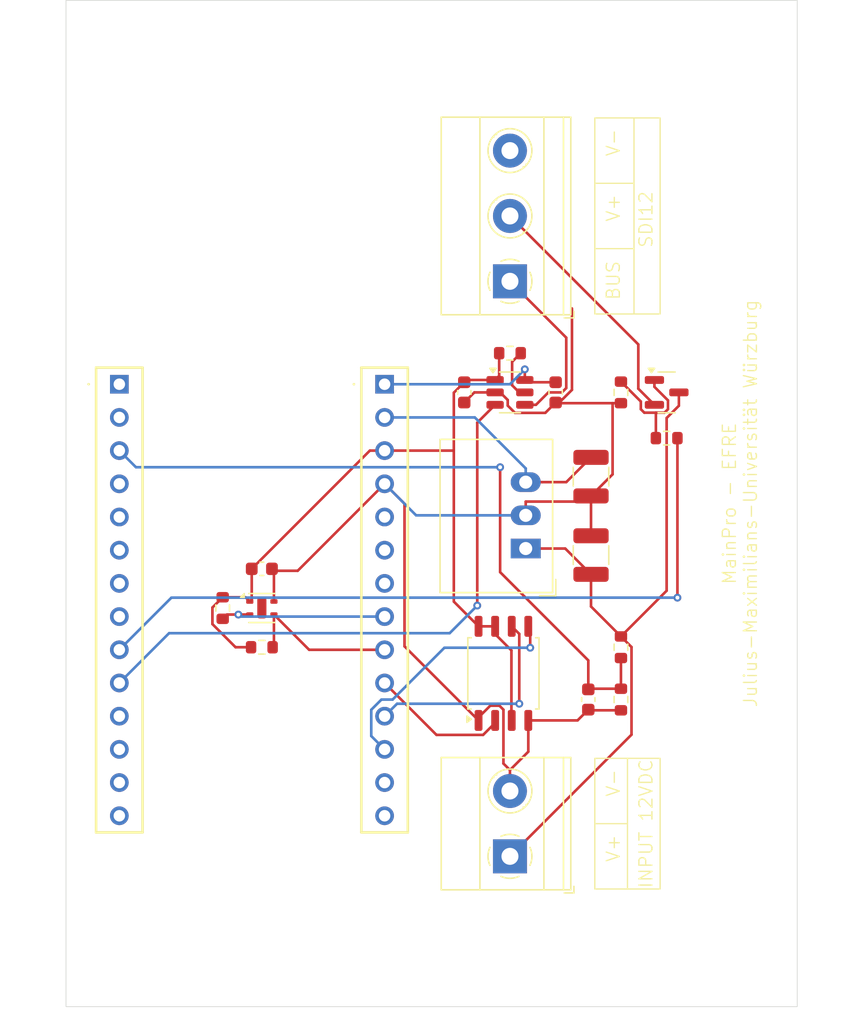
<source format=kicad_pcb>
(kicad_pcb (version 20240108) (generator "pcbnew") (generator_version "8.0")
  (title_block (comment 4 "AISLER Project ID: ZJYYZNOG"))
  (layers (0 "F.Cu" signal) (31 "B.Cu" signal) (34 "B.Paste" user) (35 "F.Paste" user) (36 "B.SilkS" user "B.Silkscreen") (37 "F.SilkS" user "F.Silkscreen") (38 "B.Mask" user) (39 "F.Mask" user) (44 "Edge.Cuts" user))
  (net 0 "")
  (net 1 "/SCL")
  (net 2 "/SDA")
  (net 3 "/GND")
  (net 4 "/BAT+")
  (net 5 "/VIN")
  (net 6 "/A1")
  (net 7 "/5V")
  (net 8 "/3V3")
  (net 9 "/SDI+")
  (net 10 "/BUS")
  (net 11 "Net-(Q1-G)")
  (net 12 "Net-(U1-OE)")
  (net 19 "/D0")
  (net 20 "/D1")
  (net 28 "/COPI")
  (net 32 "/SCK")
  (net 34 "/CIPO")
  (footprint "MountingHole:MountingHole_2.5mm" (layer "F.Cu") (at 205 43.5)
    (property "Reference" "H4" (hide yes))
    (property "Value" "MountingHole_2.5mm")
    (pad "" np_thru_hole circle (at 0 0) (size 2.5 2.5) (drill 2.5) (layers "*.Cu" "*.Mask"))
  )
  (footprint "Capacitor_SMD:C_1210_3225Metric" (layer "F.Cu") (at 242.2075 76.947 -90)
    (property "Reference" "C2" (hide yes))
    (property "Value" "100uF")
    (fp_line (start -0.711252 1.36) (end 0.711252 1.36) (stroke (width 0.12)) (layer "F.SilkS"))
    (fp_line (start -0.711252 -1.36) (end 0.711252 -1.36) (stroke (width 0.12)) (layer "F.SilkS"))
    (pad "1" smd roundrect (at -1.475 0 270) (size 1.15 2.7) (layers "F.Cu" "F.Paste" "F.Mask") (roundrect_rratio 0.217391) (net 5 "/VIN"))
    (pad "2" smd roundrect (at 1.475 0 270) (size 1.15 2.7) (layers "F.Cu" "F.Paste" "F.Mask") (roundrect_rratio 0.217391) (net 3 "/GND"))
  )
  (footprint "Package_TO_SOT_SMD:SOT-23-6" (layer "F.Cu") (at 236 70.5)
    (property "Reference" "U1" (hide yes))
    (property "Value" "TXS0101DBV")
    (fp_line (start 0 -1.56) (end -0.8 -1.56) (stroke (width 0.12)) (layer "F.SilkS"))
    (fp_line (start 0 -1.56) (end 0.8 -1.56) (stroke (width 0.12)) (layer "F.SilkS"))
    (fp_line (start 0 1.56) (end -0.8 1.56) (stroke (width 0.12)) (layer "F.SilkS"))
    (fp_line (start 0 1.56) (end 0.8 1.56) (stroke (width 0.12)) (layer "F.SilkS"))
    (fp_poly (pts (xy -1.3 -1.51) (xy -1.54 -1.84) (xy -1.06 -1.84) (xy -1.3 -1.51)) (stroke (width 0.12)) (fill solid) (layer "F.SilkS"))
    (pad "1" smd roundrect (at -1.1375 -0.95) (size 1.325 0.6) (layers "F.Cu" "F.Paste" "F.Mask") (net 8 "/3V3"))
    (pad "2" smd roundrect (at -1.1375 0) (size 1.325 0.6) (layers "F.Cu" "F.Paste" "F.Mask") (net 3 "/GND"))
    (pad "3" smd roundrect (at -1.1375 0.95) (size 1.325 0.6) (layers "F.Cu" "F.Paste" "F.Mask") (net 20 "/D1"))
    (pad "4" smd roundrect (at 1.1375 0.95) (size 1.325 0.6) (layers "F.Cu" "F.Paste" "F.Mask") (net 10 "/BUS"))
    (pad "5" smd roundrect (at 1.1375 0) (size 1.325 0.6) (layers "F.Cu" "F.Paste" "F.Mask") (net 12 "Net-(U1-OE)"))
    (pad "6" smd roundrect (at 1.1375 -0.95) (size 1.325 0.6) (layers "F.Cu" "F.Paste" "F.Mask") (net 7 "/5V"))
  )
  (footprint "Resistor_SMD:R_0603_1608Metric" (layer "F.Cu") (at 217 90 180)
    (property "Reference" "R7" (hide yes))
    (property "Value" "10k")
    (fp_line (start -0.237258 0.5225) (end 0.237258 0.5225) (stroke (width 0.12)) (layer "F.SilkS"))
    (fp_line (start -0.237258 -0.5225) (end 0.237258 -0.5225) (stroke (width 0.12)) (layer "F.SilkS"))
    (pad "1" smd roundrect (at -0.825 0 180) (size 0.8 0.95) (layers "F.Cu" "F.Paste" "F.Mask") (net 2 "/SDA"))
    (pad "2" smd roundrect (at 0.825 0 180) (size 0.8 0.95) (layers "F.Cu" "F.Paste" "F.Mask") (net 8 "/3V3"))
  )
  (footprint "Custom:65342372" (layer "F.Cu") (at 206.085 69.875 90)
    (property "Reference" "J3" (hide yes))
    (property "Value" "Conn_01x14_Socket" (hide yes))
    (fp_line (start 0 -2.4) (end 0 -2.4) (stroke (width 0.1)) (layer "F.SilkS"))
    (fp_line (start 0 -2.3) (end 0 -2.3) (stroke (width 0.1)) (layer "F.SilkS"))
    (fp_line (start 1.27 -1.78) (end 1.27 1.78) (stroke (width 0.2)) (layer "F.SilkS"))
    (fp_line (start -34.29 -1.78) (end 1.27 -1.78) (stroke (width 0.2)) (layer "F.SilkS"))
    (fp_line (start 1.27 1.78) (end -34.29 1.78) (stroke (width 0.2)) (layer "F.SilkS"))
    (fp_line (start -34.29 1.78) (end -34.29 -1.78) (stroke (width 0.2)) (layer "F.SilkS"))
    (fp_arc (start 0 -2.4) (mid 0.05 -2.35) (end 0 -2.3) (stroke (width 0.1)) (layer "F.SilkS"))
    (fp_arc (start 0 -2.3) (mid -0.05 -2.35) (end 0 -2.4) (stroke (width 0.1)) (layer "F.SilkS"))
    (pad "1" thru_hole rect (at 0 0 90) (size 1.43 1.43) (drill 0.88) (layers "*.Cu" "*.Mask"))
    (pad "2" thru_hole circle (at -2.54 0 90) (size 1.43 1.43) (drill 0.88) (layers "*.Cu" "*.Mask"))
    (pad "3" thru_hole circle (at -5.08 0 90) (size 1.43 1.43) (drill 0.88) (layers "*.Cu" "*.Mask") (net 6 "/A1"))
    (pad "4" thru_hole circle (at -7.62 0 90) (size 1.43 1.43) (drill 0.88) (layers "*.Cu" "*.Mask"))
    (pad "5" thru_hole circle (at -10.16 0 90) (size 1.43 1.43) (drill 0.88) (layers "*.Cu" "*.Mask"))
    (pad "6" thru_hole circle (at -12.7 0 90) (size 1.43 1.43) (drill 0.88) (layers "*.Cu" "*.Mask"))
    (pad "7" thru_hole circle (at -15.24 0 90) (size 1.43 1.43) (drill 0.88) (layers "*.Cu" "*.Mask"))
    (pad "8" thru_hole circle (at -17.78 0 90) (size 1.43 1.43) (drill 0.88) (layers "*.Cu" "*.Mask"))
    (pad "9" thru_hole circle (at -20.32 0 90) (size 1.43 1.43) (drill 0.88) (layers "*.Cu" "*.Mask") (net 19 "/D0"))
    (pad "10" thru_hole circle (at -22.86 0 90) (size 1.43 1.43) (drill 0.88) (layers "*.Cu" "*.Mask") (net 20 "/D1"))
    (pad "11" thru_hole circle (at -25.4 0 90) (size 1.43 1.43) (drill 0.88) (layers "*.Cu" "*.Mask"))
    (pad "12" thru_hole circle (at -27.94 0 90) (size 1.43 1.43) (drill 0.88) (layers "*.Cu" "*.Mask"))
    (pad "13" thru_hole circle (at -30.48 0 90) (size 1.43 1.43) (drill 0.88) (layers "*.Cu" "*.Mask"))
    (pad "14" thru_hole circle (at -33.02 0 90) (size 1.43 1.43) (drill 0.88) (layers "*.Cu" "*.Mask"))
  )
  (footprint "Resistor_SMD:R_0603_1608Metric" (layer "F.Cu") (at 248 74)
    (property "Reference" "R2" (hide yes))
    (property "Value" "100")
    (fp_line (start -0.237258 -0.5225) (end 0.237258 -0.5225) (stroke (width 0.12)) (layer "F.SilkS"))
    (fp_line (start -0.237258 0.5225) (end 0.237258 0.5225) (stroke (width 0.12)) (layer "F.SilkS"))
    (pad "1" smd roundrect (at -0.825 0) (size 0.8 0.95) (layers "F.Cu" "F.Paste" "F.Mask") (net 11 "Net-(Q1-G)"))
    (pad "2" smd roundrect (at 0.825 0) (size 0.8 0.95) (layers "F.Cu" "F.Paste" "F.Mask") (net 19 "/D0"))
  )
  (footprint "MountingHole:MountingHole_2.5mm" (layer "F.Cu") (at 205 114.5)
    (property "Reference" "H3" (hide yes))
    (property "Value" "MountingHole_2.5mm")
    (pad "" np_thru_hole circle (at 0 0) (size 2.5 2.5) (drill 2.5) (layers "*.Cu" "*.Mask"))
  )
  (footprint "Capacitor_SMD:C_1210_3225Metric" (layer "F.Cu") (at 242.2075 82.947 90)
    (property "Reference" "C1" (hide yes))
    (property "Value" "100uF")
    (fp_line (start -0.711252 -1.36) (end 0.711252 -1.36) (stroke (width 0.12)) (layer "F.SilkS"))
    (fp_line (start -0.711252 1.36) (end 0.711252 1.36) (stroke (width 0.12)) (layer "F.SilkS"))
    (pad "1" smd roundrect (at -1.475 0 90) (size 1.15 2.7) (layers "F.Cu" "F.Paste" "F.Mask") (roundrect_rratio 0.217391) (net 4 "/BAT+"))
    (pad "2" smd roundrect (at 1.475 0 90) (size 1.15 2.7) (layers "F.Cu" "F.Paste" "F.Mask") (roundrect_rratio 0.217391) (net 3 "/GND"))
  )
  (footprint "MountingHole:MountingHole_2.5mm" (layer "F.Cu") (at 255 43.5)
    (property "Reference" "H1" (hide yes))
    (property "Value" "MountingHole_2.5mm")
    (pad "" np_thru_hole circle (at 0 0) (size 2.5 2.5) (drill 2.5) (layers "*.Cu" "*.Mask"))
  )
  (footprint "Package_TO_SOT_SMD:SOT-23" (layer "F.Cu") (at 248 70.5)
    (property "Reference" "Q1" (hide yes))
    (property "Value" "IRLML6244")
    (fp_line (start 0 -1.56) (end -0.65 -1.56) (stroke (width 0.12)) (layer "F.SilkS"))
    (fp_line (start 0 -1.56) (end 0.65 -1.56) (stroke (width 0.12)) (layer "F.SilkS"))
    (fp_line (start 0 1.56) (end -0.65 1.56) (stroke (width 0.12)) (layer "F.SilkS"))
    (fp_line (start 0 1.56) (end 0.65 1.56) (stroke (width 0.12)) (layer "F.SilkS"))
    (fp_poly (pts (xy -1.1625 -1.51) (xy -1.4025 -1.84) (xy -0.9225 -1.84) (xy -1.1625 -1.51)) (stroke (width 0.12)) (fill solid) (layer "F.SilkS"))
    (pad "1" smd roundrect (at -0.9375 -0.95) (size 1.475 0.6) (layers "F.Cu" "F.Paste" "F.Mask") (net 11 "Net-(Q1-G)"))
    (pad "2" smd roundrect (at -0.9375 0.95) (size 1.475 0.6) (layers "F.Cu" "F.Paste" "F.Mask") (net 9 "/SDI+"))
    (pad "3" smd roundrect (at 0.9375 0) (size 1.475 0.6) (layers "F.Cu" "F.Paste" "F.Mask") (net 4 "/BAT+"))
  )
  (footprint "TerminalBlock_Phoenix:TerminalBlock_Phoenix_MKDS-1,5-2_1x02_P5.00mm_Horizontal" (layer "F.Cu") (at 236 106 90)
    (property "Reference" "J1" (hide yes))
    (property "Value" "BAT")
    (fp_line (start 7.56 -5.261) (end 7.56 4.66) (stroke (width 0.12)) (layer "F.SilkS"))
    (fp_line (start -2.56 -5.261) (end 7.56 -5.261) (stroke (width 0.12)) (layer "F.SilkS"))
    (fp_line (start -2.56 -5.261) (end -2.56 4.66) (stroke (width 0.12)) (layer "F.SilkS"))
    (fp_line (start -2.56 -2.301) (end 7.56 -2.301) (stroke (width 0.12)) (layer "F.SilkS"))
    (fp_line (start 6.07 -1.275) (end 6.035 -1.239) (stroke (width 0.12)) (layer "F.SilkS"))
    (fp_line (start 6.275 -1.069) (end 6.228 -1.023) (stroke (width 0.12)) (layer "F.SilkS"))
    (fp_line (start 3.773 1.023) (end 3.726 1.069) (stroke (width 0.12)) (layer "F.SilkS"))
    (fp_line (start 3.966 1.239) (end 3.931 1.274) (stroke (width 0.12)) (layer "F.SilkS"))
    (fp_line (start -2.56 2.6) (end 7.56 2.6) (stroke (width 0.12)) (layer "F.SilkS"))
    (fp_line (start -2.56 4.1) (end 7.56 4.1) (stroke (width 0.12)) (layer "F.SilkS"))
    (fp_line (start -2.8 4.16) (end -2.8 4.9) (stroke (width 0.12)) (layer "F.SilkS"))
    (fp_line (start -2.56 4.66) (end 7.56 4.66) (stroke (width 0.12)) (layer "F.SilkS"))
    (fp_line (start -2.8 4.9) (end -2.3 4.9) (stroke (width 0.12)) (layer "F.SilkS"))
    (fp_arc (start -0.683042 -1.535427) (mid 0.000524 -1.680501) (end 0.684 -1.535) (stroke (width 0.12)) (layer "F.SilkS"))
    (fp_arc (start 1.535427 -0.683042) (mid 1.680501 0.000524) (end 1.535 0.684) (stroke (width 0.12)) (layer "F.SilkS"))
    (fp_arc (start -1.535427 0.683042) (mid -1.680501 -0.000524) (end -1.535 -0.684) (stroke (width 0.12)) (layer "F.SilkS"))
    (fp_arc (start 0.683318 1.534756) (mid 0.349292 1.643288) (end 0 1.68) (stroke (width 0.12)) (layer "F.SilkS"))
    (fp_arc (start 0.028805 1.680253) (mid -0.335551 1.646659) (end -0.684 1.535) (stroke (width 0.12)) (layer "F.SilkS"))
    (fp_circle (center 5 0) (end 6.68 0) (stroke (width 0.12)) (fill none) (layer "F.SilkS"))
    (pad "1" thru_hole rect (at 0 0 90) (size 2.6 2.6) (drill 1.3) (layers "*.Cu" "*.Mask") (net 4 "/BAT+"))
    (pad "2" thru_hole circle (at 5 0 90) (size 2.6 2.6) (drill 1.3) (layers "*.Cu" "*.Mask") (net 3 "/GND"))
  )
  (footprint "Capacitor_SMD:C_0603_1608Metric" (layer "F.Cu") (at 217 84)
    (property "Reference" "C6" (hide yes))
    (property "Value" "0.1uF")
    (fp_line (start -0.14058 -0.51) (end 0.14058 -0.51) (stroke (width 0.12)) (layer "F.SilkS"))
    (fp_line (start -0.14058 0.51) (end 0.14058 0.51) (stroke (width 0.12)) (layer "F.SilkS"))
    (pad "1" smd roundrect (at -0.775 0) (size 0.9 0.95) (layers "F.Cu" "F.Paste" "F.Mask") (net 8 "/3V3"))
    (pad "2" smd roundrect (at 0.775 0) (size 0.9 0.95) (layers "F.Cu" "F.Paste" "F.Mask") (net 3 "/GND"))
  )
  (footprint "Resistor_SMD:R_0603_1608Metric" (layer "F.Cu") (at 244.5 70.5 90)
    (property "Reference" "R3" (hide yes))
    (property "Value" "47k")
    (fp_line (start -0.237258 -0.5225) (end 0.237258 -0.5225) (stroke (width 0.12)) (layer "F.SilkS"))
    (fp_line (start -0.237258 0.5225) (end 0.237258 0.5225) (stroke (width 0.12)) (layer "F.SilkS"))
    (pad "1" smd roundrect (at -0.825 0 90) (size 0.8 0.95) (layers "F.Cu" "F.Paste" "F.Mask") (net 3 "/GND"))
    (pad "2" smd roundrect (at 0.825 0 90) (size 0.8 0.95) (layers "F.Cu" "F.Paste" "F.Mask") (net 11 "Net-(Q1-G)"))
  )
  (footprint "Capacitor_SMD:C_0603_1608Metric" (layer "F.Cu") (at 242 94 -90)
    (property "Reference" "C3" (hide yes))
    (property "Value" "0.1uF")
    (fp_line (start -0.14058 0.51) (end 0.14058 0.51) (stroke (width 0.12)) (layer "F.SilkS"))
    (fp_line (start -0.14058 -0.51) (end 0.14058 -0.51) (stroke (width 0.12)) (layer "F.SilkS"))
    (pad "1" smd roundrect (at -0.775 0 270) (size 0.9 0.95) (layers "F.Cu" "F.Paste" "F.Mask") (net 6 "/A1"))
    (pad "2" smd roundrect (at 0.775 0 270) (size 0.9 0.95) (layers "F.Cu" "F.Paste" "F.Mask") (net 3 "/GND"))
  )
  (footprint "Resistor_SMD:R_0603_1608Metric" (layer "F.Cu") (at 236 67.5 180)
    (property "Reference" "R1" (hide yes))
    (property "Value" "47k")
    (fp_line (start -0.237258 0.5225) (end 0.237258 0.5225) (stroke (width 0.12)) (layer "F.SilkS"))
    (fp_line (start -0.237258 -0.5225) (end 0.237258 -0.5225) (stroke (width 0.12)) (layer "F.SilkS"))
    (pad "1" smd roundrect (at -0.825 0 180) (size 0.8 0.95) (layers "F.Cu" "F.Paste" "F.Mask") (net 12 "Net-(U1-OE)"))
    (pad "2" smd roundrect (at 0.825 0 180) (size 0.8 0.95) (layers "F.Cu" "F.Paste" "F.Mask") (net 8 "/3V3"))
  )
  (footprint "Capacitor_SMD:C_0603_1608Metric" (layer "F.Cu") (at 239.5 70.5 90)
    (property "Reference" "C4" (hide yes))
    (property "Value" "0.1uF")
    (fp_line (start -0.14058 -0.51) (end 0.14058 -0.51) (stroke (width 0.12)) (layer "F.SilkS"))
    (fp_line (start -0.14058 0.51) (end 0.14058 0.51) (stroke (width 0.12)) (layer "F.SilkS"))
    (pad "1" smd roundrect (at -0.775 0 90) (size 0.9 0.95) (layers "F.Cu" "F.Paste" "F.Mask") (net 3 "/GND"))
    (pad "2" smd roundrect (at 0.775 0 90) (size 0.9 0.95) (layers "F.Cu" "F.Paste" "F.Mask") (net 7 "/5V"))
  )
  (footprint "Custom:Arduino_MKR_NB_1500_Margin" (layer "F.Cu") (at 226.5 50 -90)
    (property "Reference" "A1" (hide yes))
    (property "Value" "Arduino_MKR_NB_1500_Socket")
    (pad "" np_thru_hole circle (at 0 0 270) (size 2.2 2.2) (drill 2.2) (layers "F&B.Cu" "*.Mask"))
    (pad "" np_thru_hole circle (at 0 20.5 270) (size 2.2 2.2) (drill 2.2) (layers "F&B.Cu" "*.Mask"))
    (pad "" np_thru_hole circle (at 57 0 270) (size 2.2 2.2) (drill 2.2) (layers "F&B.Cu" "*.Mask"))
    (pad "" np_thru_hole circle (at 57 20.5 270) (size 2.2 2.2) (drill 2.2) (layers "F&B.Cu" "*.Mask"))
  )
  (footprint "TerminalBlock_Phoenix:TerminalBlock_Phoenix_MKDS-1,5-3_1x03_P5.00mm_Horizontal" (layer "F.Cu") (at 236 62 90)
    (property "Reference" "J2" (hide yes))
    (property "Value" "SDI12")
    (fp_line (start 12.56 -5.261) (end 12.56 4.66) (stroke (width 0.12)) (layer "F.SilkS"))
    (fp_line (start -2.56 -5.261) (end 12.56 -5.261) (stroke (width 0.12)) (layer "F.SilkS"))
    (fp_line (start -2.56 -5.261) (end -2.56 4.66) (stroke (width 0.12)) (layer "F.SilkS"))
    (fp_line (start -2.56 -2.301) (end 12.56 -2.301) (stroke (width 0.12)) (layer "F.SilkS"))
    (fp_line (start 11.07 -1.275) (end 11.035 -1.239) (stroke (width 0.12)) (layer "F.SilkS"))
    (fp_line (start 6.07 -1.275) (end 6.035 -1.239) (stroke (width 0.12)) (layer "F.SilkS"))
    (fp_line (start 11.275 -1.069) (end 11.228 -1.023) (stroke (width 0.12)) (layer "F.SilkS"))
    (fp_line (start 6.275 -1.069) (end 6.228 -1.023) (stroke (width 0.12)) (layer "F.SilkS"))
    (fp_line (start 8.773 1.023) (end 8.726 1.069) (stroke (width 0.12)) (layer "F.SilkS"))
    (fp_line (start 3.773 1.023) (end 3.726 1.069) (stroke (width 0.12)) (layer "F.SilkS"))
    (fp_line (start 8.966 1.239) (end 8.931 1.274) (stroke (width 0.12)) (layer "F.SilkS"))
    (fp_line (start 3.966 1.239) (end 3.931 1.274) (stroke (width 0.12)) (layer "F.SilkS"))
    (fp_line (start -2.56 2.6) (end 12.56 2.6) (stroke (width 0.12)) (layer "F.SilkS"))
    (fp_line (start -2.56 4.1) (end 12.56 4.1) (stroke (width 0.12)) (layer "F.SilkS"))
    (fp_line (start -2.8 4.16) (end -2.8 4.9) (stroke (width 0.12)) (layer "F.SilkS"))
    (fp_line (start -2.56 4.66) (end 12.56 4.66) (stroke (width 0.12)) (layer "F.SilkS"))
    (fp_line (start -2.8 4.9) (end -2.3 4.9) (stroke (width 0.12)) (layer "F.SilkS"))
    (fp_arc (start -0.683042 -1.535427) (mid 0.000524 -1.680501) (end 0.684 -1.535) (stroke (width 0.12)) (layer "F.SilkS"))
    (fp_arc (start 1.535427 -0.683042) (mid 1.680501 0.000524) (end 1.535 0.684) (stroke (width 0.12)) (layer "F.SilkS"))
    (fp_arc (start -1.535427 0.683042) (mid -1.680501 -0.000524) (end -1.535 -0.684) (stroke (width 0.12)) (layer "F.SilkS"))
    (fp_arc (start 0.683318 1.534756) (mid 0.349292 1.643288) (end 0 1.68) (stroke (width 0.12)) (layer "F.SilkS"))
    (fp_arc (start 0.028805 1.680253) (mid -0.335551 1.646659) (end -0.684 1.535) (stroke (width 0.12)) (layer "F.SilkS"))
    (fp_circle (center 10 0) (end 11.68 0) (stroke (width 0.12)) (fill none) (layer "F.SilkS"))
    (fp_circle (center 5 0) (end 6.68 0) (stroke (width 0.12)) (fill none) (layer "F.SilkS"))
    (pad "1" thru_hole rect (at 0 0 90) (size 2.6 2.6) (drill 1.3) (layers "*.Cu" "*.Mask") (net 10 "/BUS"))
    (pad "2" thru_hole circle (at 5 0 90) (size 2.6 2.6) (drill 1.3) (layers "*.Cu" "*.Mask") (net 9 "/SDI+"))
    (pad "3" thru_hole circle (at 10 0 90) (size 2.6 2.6) (drill 1.3) (layers "*.Cu" "*.Mask") (net 3 "/GND"))
  )
  (footprint "Package_SO:SOIC-8_5.23x5.23mm_P1.27mm" (layer "F.Cu") (at 235.5 92 90)
    (property "Reference" "U3" (hide yes))
    (property "Value" "W25Q32JVSS")
    (fp_line (start 2.725 -2.725) (end 2.725 -2.465) (stroke (width 0.12)) (layer "F.SilkS"))
    (fp_line (start 0 -2.725) (end 2.725 -2.725) (stroke (width 0.12)) (layer "F.SilkS"))
    (fp_line (start 0 -2.725) (end -2.725 -2.725) (stroke (width 0.12)) (layer "F.SilkS"))
    (fp_line (start -2.725 -2.725) (end -2.725 -2.465) (stroke (width 0.12)) (layer "F.SilkS"))
    (fp_line (start 2.725 2.725) (end 2.725 2.465) (stroke (width 0.12)) (layer "F.SilkS"))
    (fp_line (start 0 2.725) (end 2.725 2.725) (stroke (width 0.12)) (layer "F.SilkS"))
    (fp_line (start 0 2.725) (end -2.725 2.725) (stroke (width 0.12)) (layer "F.SilkS"))
    (fp_line (start -2.725 2.725) (end -2.725 2.465) (stroke (width 0.12)) (layer "F.SilkS"))
    (fp_poly (pts (xy -3.5075 -2.465) (xy -3.7475 -2.795) (xy -3.2675 -2.795) (xy -3.5075 -2.465)) (stroke (width 0.12)) (fill solid) (layer "F.SilkS"))
    (pad "1" smd roundrect (at -3.6 -1.905 90) (size 1.6 0.6) (layers "F.Cu" "F.Paste" "F.Mask") (net 3 "/GND"))
    (pad "2" smd roundrect (at -3.6 -0.635 90) (size 1.6 0.6) (layers "F.Cu" "F.Paste" "F.Mask") (net 34 "/CIPO"))
    (pad "3" smd roundrect (at -3.6 0.635 90) (size 1.6 0.6) (layers "F.Cu" "F.Paste" "F.Mask") (net 8 "/3V3"))
    (pad "4" smd roundrect (at -3.6 1.905 90) (size 1.6 0.6) (layers "F.Cu" "F.Paste" "F.Mask") (net 3 "/GND"))
    (pad "5" smd roundrect (at 3.6 1.905 90) (size 1.6 0.6) (layers "F.Cu" "F.Paste" "F.Mask") (net 28 "/COPI"))
    (pad "6" smd roundrect (at 3.6 0.635 90) (size 1.6 0.6) (layers "F.Cu" "F.Paste" "F.Mask") (net 32 "/SCK"))
    (pad "7" smd roundrect (at 3.6 -0.635 90) (size 1.6 0.6) (layers "F.Cu" "F.Paste" "F.Mask") (net 8 "/3V3"))
    (pad "8" smd roundrect (at 3.6 -1.905 90) (size 1.6 0.6) (layers "F.Cu" "F.Paste" "F.Mask") (net 8 "/3V3"))
  )
  (footprint "Sensor_Humidity:Sensirion_DFN-4-1EP_2x2mm_P1mm_EP0.7x1.6mm" (layer "F.Cu") (at 217 87)
    (property "Reference" "U4" (hide yes))
    (property "Value" "SHTC3")
    (fp_line (start -1 -1.11) (end 1 -1.11) (stroke (width 0.12)) (layer "F.SilkS"))
    (fp_line (start -1 1.11) (end 1 1.11) (stroke (width 0.12)) (layer "F.SilkS"))
    (fp_poly (pts (xy -1.35 -0.82) (xy -1.63 -0.82) (xy -1.35 -1.1) (xy -1.35 -0.82)) (stroke (width 0.12)) (fill solid) (layer "F.SilkS"))
    (pad "1" smd roundrect (at -0.925 -0.5) (size 0.55 0.35) (layers "F.Cu" "F.Mask") (net 8 "/3V3"))
    (pad "2" smd roundrect (at -0.925 0.5) (size 0.55 0.35) (layers "F.Cu" "F.Mask") (net 1 "/SCL"))
    (pad "3" smd roundrect (at 0.925 0.5) (size 0.55 0.35) (layers "F.Cu" "F.Mask") (net 2 "/SDA"))
    (pad "4" smd roundrect (at 0.925 -0.5) (size 0.55 0.35) (layers "F.Cu" "F.Mask") (net 3 "/GND"))
    (pad "5" smd roundrect (at 0 0) (size 0.7 1.6) (layers "F.Cu" "F.Mask"))
  )
  (footprint "Capacitor_SMD:C_0603_1608Metric" (layer "F.Cu") (at 232.5 70.5 -90)
    (property "Reference" "C5" (hide yes))
    (property "Value" "0.1uF")
    (fp_line (start -0.14058 0.51) (end 0.14058 0.51) (stroke (width 0.12)) (layer "F.SilkS"))
    (fp_line (start -0.14058 -0.51) (end 0.14058 -0.51) (stroke (width 0.12)) (layer "F.SilkS"))
    (pad "1" smd roundrect (at -0.775 0 270) (size 0.9 0.95) (layers "F.Cu" "F.Paste" "F.Mask") (net 8 "/3V3"))
    (pad "2" smd roundrect (at 0.775 0 270) (size 0.9 0.95) (layers "F.Cu" "F.Paste" "F.Mask") (net 3 "/GND"))
  )
  (footprint "Converter_DCDC:Converter_DCDC_RECOM_R-78E-0.5_THT" (layer "F.Cu") (at 237.2075 82.447 90)
    (property "Reference" "U2" (hide yes))
    (property "Value" "R-78E5.0-0.5")
    (fp_line (start 8.35 -6.56) (end 8.35 2.06) (stroke (width 0.12)) (layer "F.SilkS"))
    (fp_line (start -3.371 -6.56) (end 8.35 -6.56) (stroke (width 0.12)) (layer "F.SilkS"))
    (fp_line (start -3.371 -6.56) (end -3.371 2.06) (stroke (width 0.12)) (layer "F.SilkS"))
    (fp_line (start -3.611 1.06) (end -3.611 2.3) (stroke (width 0.12)) (layer "F.SilkS"))
    (fp_line (start -3.371 2.06) (end 8.35 2.06) (stroke (width 0.12)) (layer "F.SilkS"))
    (fp_line (start -3.611 2.3) (end -2.371 2.3) (stroke (width 0.12)) (layer "F.SilkS"))
    (pad "1" thru_hole rect (at 0 0 90) (size 1.5 2.3) (drill 1) (layers "*.Cu" "*.Mask") (net 4 "/BAT+"))
    (pad "2" thru_hole oval (at 2.54 0 90) (size 1.5 2.3) (drill 1) (layers "*.Cu" "*.Mask") (net 3 "/GND"))
    (pad "3" thru_hole oval (at 5.08 0 90) (size 1.5 2.3) (drill 1) (layers "*.Cu" "*.Mask") (net 5 "/VIN"))
  )
  (footprint "Resistor_SMD:R_0603_1608Metric" (layer "F.Cu") (at 244.5 90 -90)
    (property "Reference" "R5" (hide yes))
    (property "Value" "1.2M")
    (fp_line (start -0.237258 0.5225) (end 0.237258 0.5225) (stroke (width 0.12)) (layer "F.SilkS"))
    (fp_line (start -0.237258 -0.5225) (end 0.237258 -0.5225) (stroke (width 0.12)) (layer "F.SilkS"))
    (pad "1" smd roundrect (at -0.825 0 270) (size 0.8 0.95) (layers "F.Cu" "F.Paste" "F.Mask") (net 4 "/BAT+"))
    (pad "2" smd roundrect (at 0.825 0 270) (size 0.8 0.95) (layers "F.Cu" "F.Paste" "F.Mask") (net 6 "/A1"))
  )
  (footprint "Resistor_SMD:R_0603_1608Metric" (layer "F.Cu") (at 214 87 90)
    (property "Reference" "R6" (hide yes))
    (property "Value" "10k")
    (fp_line (start -0.237258 -0.5225) (end 0.237258 -0.5225) (stroke (width 0.12)) (layer "F.SilkS"))
    (fp_line (start -0.237258 0.5225) (end 0.237258 0.5225) (stroke (width 0.12)) (layer "F.SilkS"))
    (pad "1" smd roundrect (at -0.825 0 90) (size 0.8 0.95) (layers "F.Cu" "F.Paste" "F.Mask") (net 1 "/SCL"))
    (pad "2" smd roundrect (at 0.825 0 90) (size 0.8 0.95) (layers "F.Cu" "F.Paste" "F.Mask") (net 8 "/3V3"))
  )
  (footprint "Custom:65342372" (layer "F.Cu") (at 226.4 69.875 90)
    (property "Reference" "J4" (hide yes))
    (property "Value" "Conn_01x14_Socket" (hide yes))
    (fp_line (start 0 -2.4) (end 0 -2.4) (stroke (width 0.1)) (layer "F.SilkS"))
    (fp_line (start 0 -2.3) (end 0 -2.3) (stroke (width 0.1)) (layer "F.SilkS"))
    (fp_line (start 1.27 -1.78) (end 1.27 1.78) (stroke (width 0.2)) (layer "F.SilkS"))
    (fp_line (start -34.29 -1.78) (end 1.27 -1.78) (stroke (width 0.2)) (layer "F.SilkS"))
    (fp_line (start 1.27 1.78) (end -34.29 1.78) (stroke (width 0.2)) (layer "F.SilkS"))
    (fp_line (start -34.29 1.78) (end -34.29 -1.78) (stroke (width 0.2)) (layer "F.SilkS"))
    (fp_arc (start 0 -2.4) (mid 0.05 -2.35) (end 0 -2.3) (stroke (width 0.1)) (layer "F.SilkS"))
    (fp_arc (start 0 -2.3) (mid -0.05 -2.35) (end 0 -2.4) (stroke (width 0.1)) (layer "F.SilkS"))
    (pad "1" thru_hole rect (at 0 0 90) (size 1.43 1.43) (drill 0.88) (layers "*.Cu" "*.Mask") (net 7 "/5V"))
    (pad "2" thru_hole circle (at -2.54 0 90) (size 1.43 1.43) (drill 0.88) (layers "*.Cu" "*.Mask") (net 5 "/VIN"))
    (pad "3" thru_hole circle (at -5.08 0 90) (size 1.43 1.43) (drill 0.88) (layers "*.Cu" "*.Mask") (net 8 "/3V3"))
    (pad "4" thru_hole circle (at -7.62 0 90) (size 1.43 1.43) (drill 0.88) (layers "*.Cu" "*.Mask") (net 3 "/GND"))
    (pad "5" thru_hole circle (at -10.16 0 90) (size 1.43 1.43) (drill 0.88) (layers "*.Cu" "*.Mask"))
    (pad "6" thru_hole circle (at -12.7 0 90) (size 1.43 1.43) (drill 0.88) (layers "*.Cu" "*.Mask"))
    (pad "7" thru_hole circle (at -15.24 0 90) (size 1.43 1.43) (drill 0.88) (layers "*.Cu" "*.Mask"))
    (pad "8" thru_hole circle (at -17.78 0 90) (size 1.43 1.43) (drill 0.88) (layers "*.Cu" "*.Mask") (net 1 "/SCL"))
    (pad "9" thru_hole circle (at -20.32 0 90) (size 1.43 1.43) (drill 0.88) (layers "*.Cu" "*.Mask") (net 2 "/SDA"))
    (pad "10" thru_hole circle (at -22.86 0 90) (size 1.43 1.43) (drill 0.88) (layers "*.Cu" "*.Mask") (net 34 "/CIPO"))
    (pad "11" thru_hole circle (at -25.4 0 90) (size 1.43 1.43) (drill 0.88) (layers "*.Cu" "*.Mask") (net 32 "/SCK"))
    (pad "12" thru_hole circle (at -27.94 0 90) (size 1.43 1.43) (drill 0.88) (layers "*.Cu" "*.Mask") (net 28 "/COPI"))
    (pad "13" thru_hole circle (at -30.48 0 90) (size 1.43 1.43) (drill 0.88) (layers "*.Cu" "*.Mask"))
    (pad "14" thru_hole circle (at -33.02 0 90) (size 1.43 1.43) (drill 0.88) (layers "*.Cu" "*.Mask"))
  )
  (footprint "Resistor_SMD:R_0603_1608Metric" (layer "F.Cu") (at 244.5 94 -90)
    (property "Reference" "R4" (hide yes))
    (property "Value" "330k")
    (fp_line (start -0.237258 0.5225) (end 0.237258 0.5225) (stroke (width 0.12)) (layer "F.SilkS"))
    (fp_line (start -0.237258 -0.5225) (end 0.237258 -0.5225) (stroke (width 0.12)) (layer "F.SilkS"))
    (pad "1" smd roundrect (at -0.825 0 270) (size 0.8 0.95) (layers "F.Cu" "F.Paste" "F.Mask") (net 6 "/A1"))
    (pad "2" smd roundrect (at 0.825 0 270) (size 0.8 0.95) (layers "F.Cu" "F.Paste" "F.Mask") (net 3 "/GND"))
  )
  (footprint "MountingHole:MountingHole_2.5mm" (layer "F.Cu") (at 255 114.5)
    (property "Reference" "H2" (hide yes))
    (property "Value" "MountingHole_2.5mm")
    (pad "" np_thru_hole circle (at 0 0) (size 2.5 2.5) (drill 2.5) (layers "*.Cu" "*.Mask"))
  )
  (gr_line (start 242.5 59.5) (end 245.5 59.5) (stroke (width 0.1)) (layer "F.SilkS"))
  (gr_line (start 245 108.5) (end 245 98.5) (stroke (width 0.1)) (layer "F.SilkS"))
  (gr_line (start 242.5 54.5) (end 245.5 54.5) (stroke (width 0.1)) (layer "F.SilkS"))
  (gr_rect (start 242.5 98.5) (end 247.5 108.5) (stroke (width 0.1)) (fill none) (layer "F.SilkS"))
  (gr_line (start 245.5 49.5) (end 245.5 64.5) (stroke (width 0.1)) (layer "F.SilkS"))
  (gr_line (start 242.5 103.5) (end 245 103.5) (stroke (width 0.1)) (layer "F.SilkS"))
  (gr_rect (start 242.5 49.5) (end 247.5 64.5) (stroke (width 0.1)) (fill none) (layer "F.SilkS"))
  (gr_rect (start 202 40.5) (end 258 117.5) (stroke (width 0.05)) (fill none) (layer "Edge.Cuts"))
  (gr_text "V-" (at 244.5 52.5 90) (layer "F.SilkS") (effects (font (size 1 1) (thickness 0.1)) (justify left bottom)))
  (gr_text "V-" (at 244.5 101.5 90) (layer "F.SilkS") (effects (font (size 1 1) (thickness 0.1)) (justify left bottom)))
  (gr_text "V+" (at 244.5 57.5 90) (layer "F.SilkS") (effects (font (size 1 1) (thickness 0.1)) (justify left bottom)))
  (gr_text "INPUT 12VDC" (at 247 108.5 90) (layer "F.SilkS") (effects (font (size 1 1) (thickness 0.1)) (justify left bottom)))
  (gr_text "SDI12" (at 247 59.5 90) (layer "F.SilkS") (effects (font (size 1 1) (thickness 0.1)) (justify left bottom)))
  (gr_text "MainPro - EFRE\nJulius-Maximilians-Universität Würzburg" (at 255 79 90) (layer "F.SilkS") (effects (font (size 1 1) (thickness 0.1)) (justify bottom)))
  (gr_text "V+" (at 244.5 106.5 90) (layer "F.SilkS") (effects (font (size 1 1) (thickness 0.1)) (justify left bottom)))
  (gr_text "BUS" (at 244.5 63.5 90) (layer "F.SilkS") (effects (font (size 1 1) (thickness 0.1)) (justify left bottom)))
  (segment (start 214.325 87.5) (end 214 87.825) (width 0.2) (layer "F.Cu") (net 1))
  (segment (start 215.2 87.5) (end 214.325 87.5) (width 0.2) (layer "F.Cu") (net 1))
  (segment (start 216.075 87.5) (end 215.2 87.5) (width 0.2) (layer "F.Cu") (net 1))
  (via (at 215.2 87.5) (size 0.6) (drill 0.3) (layers "F.Cu" "B.Cu") (net 1))
  (segment (start 226.4 87.655) (end 215.355 87.655) (width 0.2) (layer "B.Cu") (net 1))
  (segment (start 215.355 87.655) (end 215.2 87.5) (width 0.2) (layer "B.Cu") (net 1))
  (segment (start 217.925 89.9) (end 217.825 90) (width 0.2) (layer "F.Cu") (net 2))
  (segment (start 226.4 90.195) (end 220.62 90.195) (width 0.2) (layer "F.Cu") (net 2))
  (segment (start 217.925 87.5) (end 217.925 89.9) (width 0.2) (layer "F.Cu") (net 2))
  (segment (start 220.62 90.195) (end 217.925 87.5) (width 0.2) (layer "F.Cu") (net 2))
  (segment (start 232.5 71.275) (end 233.275 70.5) (width 0.2) (layer "F.Cu") (net 3))
  (segment (start 239.55 71.325) (end 239.5 71.275) (width 0.2) (layer "F.Cu") (net 3))
  (segment (start 243.8602 71.325) (end 239.55 71.325) (width 0.2) (layer "F.Cu") (net 3))
  (segment (start 233.595 95.6) (end 233.595 95.3686) (width 0.2) (layer "F.Cu") (net 3))
  (segment (start 233.595 95.3686) (end 234.4923 94.4713) (width 0.2) (layer "F.Cu") (net 3))
  (segment (start 242.2075 78.422) (end 243.8602 76.7693) (width 0.2) (layer "F.Cu") (net 3))
  (segment (start 235.5 98.8983) (end 236 99.3983) (width 0.2) (layer "F.Cu") (net 3))
  (segment (start 235.1933 94.4713) (end 235.5 94.778) (width 0.2) (layer "F.Cu") (net 3))
  (segment (start 227.9248 79.0198) (end 226.4 77.495) (width 0.2) (layer "F.Cu") (net 3))
  (segment (start 217.925 84.15) (end 219.745 84.15) (width 0.2) (layer "F.Cu") (net 3))
  (segment (start 241.175 95.6) (end 237.405 95.6) (width 0.2) (layer "F.Cu") (net 3))
  (segment (start 237.2075 78.8553) (end 241.7742 78.8553) (width 0.2) (layer "F.Cu") (net 3))
  (segment (start 242.2075 81.472) (end 242.2075 78.422) (width 0.2) (layer "F.Cu") (net 3))
  (segment (start 239.5 71.275) (end 238.7077 72.0673) (width 0.2) (layer "F.Cu") (net 3))
  (segment (start 217.925 86.5) (end 217.925 84.15) (width 0.2) (layer "F.Cu") (net 3))
  (segment (start 237.405 97.9933) (end 236 99.3983) (width 0.2) (layer "F.Cu") (net 3))
  (segment (start 244.5 94.825) (end 242.05 94.825) (width 0.2) (layer "F.Cu") (net 3))
  (segment (start 238.7077 72.0673) (end 236.3868 72.0673) (width 0.2) (layer "F.Cu") (net 3))
  (segment (start 236.3868 72.0673) (end 235.8297 71.5102) (width 0.2) (layer "F.Cu") (net 3))
  (segment (start 242.05 94.825) (end 242 94.775) (width 0.2) (layer "F.Cu") (net 3))
  (segment (start 217.925 84.15) (end 217.775 84) (width 0.2) (layer "F.Cu") (net 3))
  (segment (start 239.7786 71.275) (end 239.5 71.275) (width 0.2) (layer "F.Cu") (net 3))
  (segment (start 242 94.775) (end 241.175 95.6) (width 0.2) (layer "F.Cu") (net 3))
  (segment (start 235.5 94.778) (end 235.5 98.8983) (width 0.2) (layer "F.Cu") (net 3))
  (segment (start 241.7742 78.8553) (end 242.2075 78.422) (width 0.2) (layer "F.Cu") (net 3))
  (segment (start 235.8297 71.5102) (end 235.8297 71.081) (width 0.2) (layer "F.Cu") (net 3))
  (segment (start 235.8297 71.081) (end 235.2487 70.5) (width 0.2) (layer "F.Cu") (net 3))
  (segment (start 219.745 84.15) (end 226.4 77.495) (width 0.2) (layer "F.Cu") (net 3))
  (segment (start 243.8602 76.7693) (end 243.8602 71.325) (width 0.2) (layer "F.Cu") (net 3))
  (segment (start 234.4923 94.4713) (end 235.1933 94.4713) (width 0.2) (layer "F.Cu") (net 3))
  (segment (start 227.9248 89.9298) (end 227.9248 79.0198) (width 0.2) (layer "F.Cu") (net 3))
  (segment (start 233.275 70.5) (end 234.8625 70.5) (width 0.2) (layer "F.Cu") (net 3))
  (segment (start 237.405 95.6) (end 237.405 97.9933) (width 0.2) (layer "F.Cu") (net 3))
  (segment (start 236 101) (end 236 99.3983) (width 0.2) (layer "F.Cu") (net 3))
  (segment (start 237.2075 79.907) (end 237.2075 78.8553) (width 0.2) (layer "F.Cu") (net 3))
  (segment (start 244.5 71.325) (end 243.8602 71.325) (width 0.2) (layer "F.Cu") (net 3))
  (segment (start 240.7492 64.079) (end 240.7492 70.3044) (width 0.2) (layer "F.Cu") (net 3))
  (segment (start 240.7492 70.3044) (end 239.7786 71.275) (width 0.2) (layer "F.Cu") (net 3))
  (segment (start 233.595 95.6) (end 227.9248 89.9298) (width 0.2) (layer "F.Cu") (net 3))
  (segment (start 235.2487 70.5) (end 234.8625 70.5) (width 0.2) (layer "F.Cu") (net 3))
  (segment (start 226.4 77.495) (end 228.812 79.907) (width 0.2) (layer "B.Cu") (net 3))
  (segment (start 228.812 79.907) (end 237.2075 79.907) (width 0.2) (layer "B.Cu") (net 3))
  (segment (start 245.3086 89.9836) (end 244.5 89.175) (width 0.2) (layer "F.Cu") (net 4))
  (segment (start 244.5 89.175) (end 248 85.675) (width 0.2) (layer "F.Cu") (net 4))
  (segment (start 242.2075 86.8825) (end 242.2075 84.422) (width 0.2) (layer "F.Cu") (net 4))
  (segment (start 248.9375 71.5202) (end 248.9375 70.5) (width 0.2) (layer "F.Cu") (net 4))
  (segment (start 240.2325 82.447) (end 242.2075 84.422) (width 0.2) (layer "F.Cu") (net 4))
  (segment (start 244.5 89.175) (end 242.2075 86.8825) (width 0.2) (layer "F.Cu") (net 4))
  (segment (start 248 72.4577) (end 248.9375 71.5202) (width 0.2) (layer "F.Cu") (net 4))
  (segment (start 236 106) (end 245.3086 96.6914) (width 0.2) (layer "F.Cu") (net 4))
  (segment (start 237.2075 82.447) (end 240.2325 82.447) (width 0.2) (layer "F.Cu") (net 4))
  (segment (start 245.3086 96.6914) (end 245.3086 89.9836) (width 0.2) (layer "F.Cu") (net 4))
  (segment (start 248 85.675) (end 248 72.4577) (width 0.2) (layer "F.Cu") (net 4))
  (segment (start 238.4929 77.367) (end 240.3125 77.367) (width 0.2) (layer "F.Cu") (net 5))
  (segment (start 240.3125 77.367) (end 242.2075 75.472) (width 0.2) (layer "F.Cu") (net 5))
  (segment (start 237.2075 77.367) (end 238.4929 77.367) (width 0.2) (layer "F.Cu") (net 5))
  (segment (start 233.3072 72.415) (end 226.4 72.415) (width 0.2) (layer "B.Cu") (net 5))
  (segment (start 237.2075 76.3153) (end 233.3072 72.415) (width 0.2) (layer "B.Cu") (net 5))
  (segment (start 237.2075 77.367) (end 237.2075 76.3153) (width 0.2) (layer "B.Cu") (net 5))
  (segment (start 235.2472 84.2544) (end 235.2472 76.225) (width 0.2) (layer "F.Cu") (net 6))
  (segment (start 244.5 93.175) (end 244.5 90.825) (width 0.2) (layer "F.Cu") (net 6))
  (segment (start 242.05 93.175) (end 242 93.225) (width 0.2) (layer "F.Cu") (net 6))
  (segment (start 242 93.225) (end 242 91.0072) (width 0.2) (layer "F.Cu") (net 6))
  (segment (start 242 91.0072) (end 235.2472 84.2544) (width 0.2) (layer "F.Cu") (net 6))
  (segment (start 244.5 93.175) (end 242.05 93.175) (width 0.2) (layer "F.Cu") (net 6))
  (via (at 235.2472 76.225) (size 0.6) (drill 0.3) (layers "F.Cu" "B.Cu") (net 6))
  (segment (start 207.355 76.225) (end 235.2472 76.225) (width 0.2) (layer "B.Cu") (net 6))
  (segment (start 206.085 74.955) (end 207.355 76.225) (width 0.2) (layer "B.Cu") (net 6))
  (segment (start 237.3125 69.725) (end 237.1375 69.55) (width 0.2) (layer "F.Cu") (net 7))
  (segment (start 239.5 69.725) (end 237.3125 69.725) (width 0.2) (layer "F.Cu") (net 7))
  (segment (start 237.1375 69.55) (end 237.1375 68.7345) (width 0.2) (layer "F.Cu") (net 7))
  (via (at 237.1375 68.7345) (size 0.6) (drill 0.3) (layers "F.Cu" "B.Cu") (net 7))
  (segment (start 235.997 69.875) (end 237.1375 68.7345) (width 0.2) (layer "B.Cu") (net 7))
  (segment (start 226.4 69.875) (end 235.997 69.875) (width 0.2) (layer "B.Cu") (net 7))
  (segment (start 213.2141 86.9609) (end 213.2141 88.2278) (width 0.2) (layer "F.Cu") (net 8))
  (segment (start 231.7011 70.5239) (end 232.5 69.725) (width 0.2) (layer "F.Cu") (net 8))
  (segment (start 231.7011 86.5061) (end 231.7011 74.955) (width 0.2) (layer "F.Cu") (net 8))
  (segment (start 216.225 86.35) (end 216.225 84) (width 0.2) (layer "F.Cu") (net 8))
  (segment (start 232.675 69.55) (end 234.8625 69.55) (width 0.2) (layer "F.Cu") (net 8))
  (segment (start 236.1121 90.2408) (end 236.1121 95.5771) (width 0.2) (layer "F.Cu") (net 8))
  (segment (start 216.225 84) (end 225.27 74.955) (width 0.2) (layer "F.Cu") (net 8))
  (segment (start 235.175 67.5) (end 235.175 69.2375) (width 0.2) (layer "F.Cu") (net 8))
  (segment (start 226.4 74.955) (end 231.7011 74.955) (width 0.2) (layer "F.Cu") (net 8))
  (segment (start 214 86.175) (end 213.2141 86.9609) (width 0.2) (layer "F.Cu") (net 8))
  (segment (start 214.9863 90) (end 216.175 90) (width 0.2) (layer "F.Cu") (net 8))
  (segment (start 216.075 86.5) (end 215.75 86.175) (width 0.2) (layer "F.Cu") (net 8))
  (segment (start 231.7011 74.955) (end 231.7011 70.5239) (width 0.2) (layer "F.Cu") (net 8))
  (segment (start 235.175 69.2375) (end 234.8625 69.55) (width 0.2) (layer "F.Cu") (net 8))
  (segment (start 234.865 88.9937) (end 236.1121 90.2408) (width 0.2) (layer "F.Cu") (net 8))
  (segment (start 234.865 88.4) (end 234.865 88.9937) (width 0.2) (layer "F.Cu") (net 8))
  (segment (start 233.595 88.4) (end 234.865 88.4) (width 0.2) (layer "F.Cu") (net 8))
  (segment (start 225.27 74.955) (end 226.4 74.955) (width 0.2) (layer "F.Cu") (net 8))
  (segment (start 236.1121 95.5771) (end 236.135 95.6) (width 0.2) (layer "F.Cu") (net 8))
  (segment (start 233.595 88.4) (end 231.7011 86.5061) (width 0.2) (layer "F.Cu") (net 8))
  (segment (start 232.5 69.725) (end 232.675 69.55) (width 0.2) (layer "F.Cu") (net 8))
  (segment (start 213.2141 88.2278) (end 214.9863 90) (width 0.2) (layer "F.Cu") (net 8))
  (segment (start 216.075 86.5) (end 216.225 86.35) (width 0.2) (layer "F.Cu") (net 8))
  (segment (start 215.75 86.175) (end 214 86.175) (width 0.2) (layer "F.Cu") (net 8))
  (segment (start 245.8295 66.8295) (end 245.8295 70.217) (width 0.2) (layer "F.Cu") (net 9))
  (segment (start 236 57) (end 245.8295 66.8295) (width 0.2) (layer "F.Cu") (net 9))
  (segment (start 245.8295 70.217) (end 247.0625 71.45) (width 0.2) (layer "F.Cu") (net 9))
  (segment (start 236 62) (end 240.3112 66.3112) (width 0.2) (layer "F.Cu") (net 10))
  (segment (start 240.3112 66.3112) (end 240.3112 70.1681) (width 0.2) (layer "F.Cu") (net 10))
  (segment (start 240.3112 70.1681) (end 239.9793 70.5) (width 0.2) (layer "F.Cu") (net 10))
  (segment (start 237.9916 71.45) (end 237.1375 71.45) (width 0.2) (layer "F.Cu") (net 10))
  (segment (start 238.9416 70.5) (end 237.9916 71.45) (width 0.2) (layer "F.Cu") (net 10))
  (segment (start 239.9793 70.5) (end 238.9416 70.5) (width 0.2) (layer "F.Cu") (net 10))
  (segment (start 248.1023 71.7874) (end 248.1023 71.1126) (width 0.2) (layer "F.Cu") (net 11))
  (segment (start 247.175 72.0523) (end 247.175 74) (width 0.2) (layer "F.Cu") (net 11))
  (segment (start 247.0625 70.0728) (end 247.0625 69.55) (width 0.2) (layer "F.Cu") (net 11))
  (segment (start 244.5 69.675) (end 246.0227 71.1977) (width 0.2) (layer "F.Cu") (net 11))
  (segment (start 246.2876 72.0523) (end 247.175 72.0523) (width 0.2) (layer "F.Cu") (net 11))
  (segment (start 247.8374 72.0523) (end 248.1023 71.7874) (width 0.2) (layer "F.Cu") (net 11))
  (segment (start 246.0227 71.7874) (end 246.2876 72.0523) (width 0.2) (layer "F.Cu") (net 11))
  (segment (start 246.0227 71.1977) (end 246.0227 71.7874) (width 0.2) (layer "F.Cu") (net 11))
  (segment (start 248.1023 71.1126) (end 247.0625 70.0728) (width 0.2) (layer "F.Cu") (net 11))
  (segment (start 247.175 72.0523) (end 247.8374 72.0523) (width 0.2) (layer "F.Cu") (net 11))
  (segment (start 236.7093 70.5) (end 237.1375 70.5) (width 0.2) (layer "F.Cu") (net 12))
  (segment (start 236.1662 69.9569) (end 236.7093 70.5) (width 0.2) (layer "F.Cu") (net 12))
  (segment (start 236.825 67.5) (end 236.1662 68.1588) (width 0.2) (layer "F.Cu") (net 12))
  (segment (start 236.1662 68.1588) (end 236.1662 69.9569) (width 0.2) (layer "F.Cu") (net 12))
  (segment (start 248.825 74) (end 248.825 86.2067) (width 0.2) (layer "F.Cu") (net 19))
  (via (at 248.825 86.2067) (size 0.6) (drill 0.3) (layers "F.Cu" "B.Cu") (net 19))
  (segment (start 210.0733 86.2067) (end 248.825 86.2067) (width 0.2) (layer "B.Cu") (net 19))
  (segment (start 206.085 90.195) (end 210.0733 86.2067) (width 0.2) (layer "B.Cu") (net 19))
  (segment (start 233.496 72.8165) (end 233.496 86.8112) (width 0.2) (layer "F.Cu") (net 20))
  (segment (start 234.8625 71.45) (end 233.496 72.8165) (width 0.2) (layer "F.Cu") (net 20))
  (via (at 233.496 86.8112) (size 0.6) (drill 0.3) (layers "F.Cu" "B.Cu") (net 20))
  (segment (start 209.895 88.925) (end 231.3822 88.925) (width 0.2) (layer "B.Cu") (net 20))
  (segment (start 206.085 92.735) (end 209.895 88.925) (width 0.2) (layer "B.Cu") (net 20))
  (segment (start 231.3822 88.925) (end 233.496 86.8112) (width 0.2) (layer "B.Cu") (net 20))
  (segment (start 237.5502 88.5452) (end 237.405 88.4) (width 0.2) (layer "F.Cu") (net 28))
  (segment (start 237.5502 90.0384) (end 237.5502 88.5452) (width 0.2) (layer "F.Cu") (net 28))
  (via (at 237.5502 90.0384) (size 0.6) (drill 0.3) (layers "F.Cu" "B.Cu") (net 28))
  (segment (start 226.4 97.815) (end 225.3777 96.7927) (width 0.2) (layer "B.Cu") (net 28))
  (segment (start 225.3777 96.7927) (end 225.3777 94.7855) (width 0.2) (layer "B.Cu") (net 28))
  (segment (start 230.9812 90.0384) (end 237.5502 90.0384) (width 0.2) (layer "B.Cu") (net 28))
  (segment (start 227.0146 94.005) (end 230.9812 90.0384) (width 0.2) (layer "B.Cu") (net 28))
  (segment (start 226.1582 94.005) (end 227.0146 94.005) (width 0.2) (layer "B.Cu") (net 28))
  (segment (start 225.3777 94.7855) (end 226.1582 94.005) (width 0.2) (layer "B.Cu") (net 28))
  (segment (start 236.135 88.4) (end 236.7138 88.9788) (width 0.2) (layer "F.Cu") (net 32))
  (segment (start 236.7138 88.9788) (end 236.7138 94.3225) (width 0.2) (layer "F.Cu") (net 32))
  (via (at 236.7138 94.3225) (size 0.6) (drill 0.3) (layers "F.Cu" "B.Cu") (net 32))
  (segment (start 236.7138 94.3225) (end 227.3525 94.3225) (width 0.2) (layer "B.Cu") (net 32))
  (segment (start 227.3525 94.3225) (end 226.4 95.275) (width 0.2) (layer "B.Cu") (net 32))
  (segment (start 230.3712 96.7062) (end 226.4 92.735) (width 0.2) (layer "F.Cu") (net 34))
  (segment (start 233.9463 96.7062) (end 230.3712 96.7062) (width 0.2) (layer "F.Cu") (net 34))
  (segment (start 234.865 95.7875) (end 233.9463 96.7062) (width 0.2) (layer "F.Cu") (net 34))
  (segment (start 234.865 95.6) (end 234.865 95.7875) (width 0.2) (layer "F.Cu") (net 34))
)
</source>
